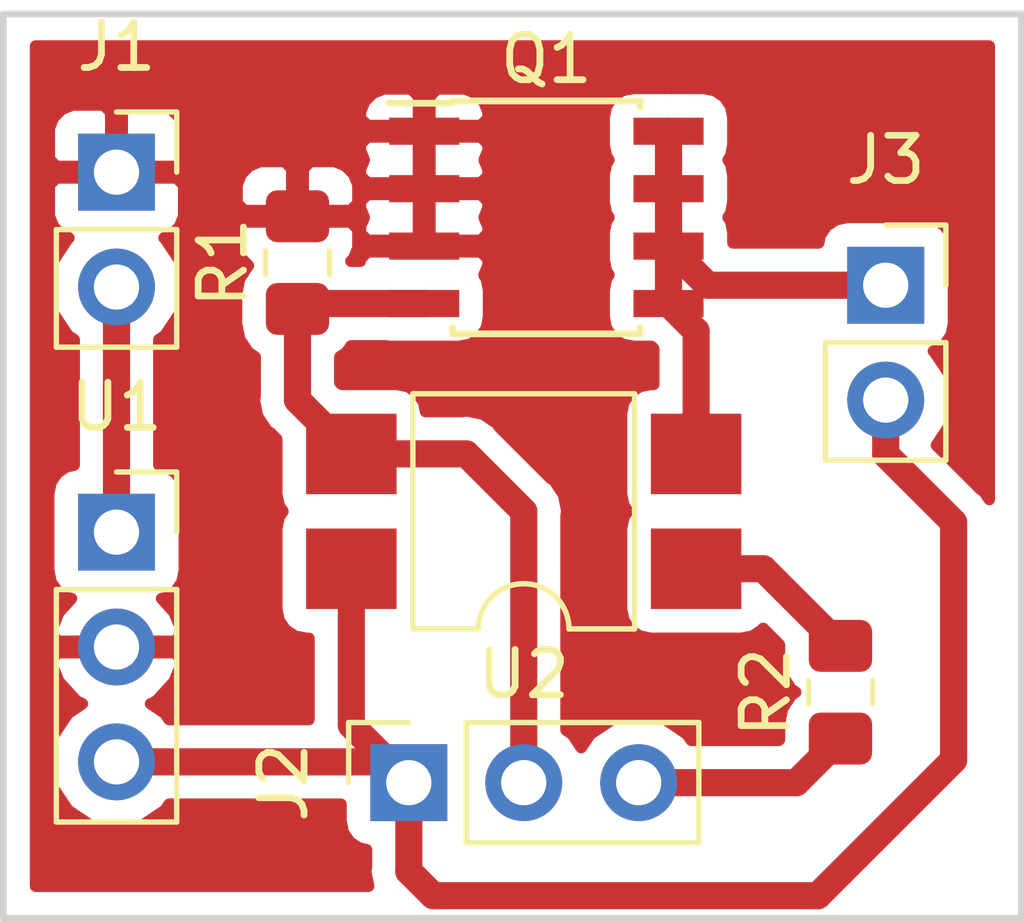
<source format=kicad_pcb>
(kicad_pcb (version 20171130) (host pcbnew "(5.0.0-rc3-dev)")

  (general
    (thickness 1.6)
    (drawings 4)
    (tracks 30)
    (zones 0)
    (modules 8)
    (nets 8)
  )

  (page A4)
  (layers
    (0 F.Cu signal)
    (31 B.Cu signal)
    (32 B.Adhes user)
    (33 F.Adhes user)
    (34 B.Paste user)
    (35 F.Paste user)
    (36 B.SilkS user)
    (37 F.SilkS user)
    (38 B.Mask user)
    (39 F.Mask user)
    (40 Dwgs.User user)
    (41 Cmts.User user)
    (42 Eco1.User user)
    (43 Eco2.User user)
    (44 Edge.Cuts user)
    (45 Margin user)
    (46 B.CrtYd user)
    (47 F.CrtYd user)
    (48 B.Fab user hide)
    (49 F.Fab user hide)
  )

  (setup
    (last_trace_width 0.6)
    (trace_clearance 0.3)
    (zone_clearance 0.508)
    (zone_45_only no)
    (trace_min 0.2)
    (segment_width 0.2)
    (edge_width 0.15)
    (via_size 0.8)
    (via_drill 0.4)
    (via_min_size 0.4)
    (via_min_drill 0.3)
    (uvia_size 0.3)
    (uvia_drill 0.1)
    (uvias_allowed no)
    (uvia_min_size 0.2)
    (uvia_min_drill 0.1)
    (pcb_text_width 0.3)
    (pcb_text_size 1.5 1.5)
    (mod_edge_width 0.15)
    (mod_text_size 1 1)
    (mod_text_width 0.15)
    (pad_size 1.524 1.524)
    (pad_drill 0.762)
    (pad_to_mask_clearance 0.2)
    (aux_axis_origin 128.5 88)
    (visible_elements FFFFFF7F)
    (pcbplotparams
      (layerselection 0x01000_7fffffff)
      (usegerberextensions false)
      (usegerberattributes false)
      (usegerberadvancedattributes false)
      (creategerberjobfile false)
      (excludeedgelayer true)
      (linewidth 0.100000)
      (plotframeref false)
      (viasonmask false)
      (mode 1)
      (useauxorigin true)
      (hpglpennumber 1)
      (hpglpenspeed 20)
      (hpglpendiameter 15.000000)
      (psnegative false)
      (psa4output false)
      (plotreference true)
      (plotvalue true)
      (plotinvisibletext false)
      (padsonsilk false)
      (subtractmaskfromsilk false)
      (outputformat 1)
      (mirror false)
      (drillshape 0)
      (scaleselection 1)
      (outputdirectory ""))
  )

  (net 0 "")
  (net 1 VCC)
  (net 2 GND)
  (net 3 gate)
  (net 4 "Net-(R2-Pad2)")
  (net 5 "Net-(J2-Pad3)")
  (net 6 mcuGND)
  (net 7 "Net-(J1-Pad2)")

  (net_class Default "This is the default net class."
    (clearance 0.3)
    (trace_width 0.6)
    (via_dia 0.8)
    (via_drill 0.4)
    (uvia_dia 0.3)
    (uvia_drill 0.1)
    (add_net GND)
    (add_net "Net-(J1-Pad2)")
    (add_net "Net-(J2-Pad3)")
    (add_net "Net-(R2-Pad2)")
    (add_net VCC)
    (add_net gate)
    (add_net mcuGND)
  )

  (module Connector_PinSocket_2.54mm:PinSocket_1x02_P2.54mm_Vertical (layer F.Cu) (tedit 5A19A420) (tstamp 5B6B03C5)
    (at 148 74)
    (descr "Through hole straight socket strip, 1x02, 2.54mm pitch, single row (from Kicad 4.0.7), script generated")
    (tags "Through hole socket strip THT 1x02 2.54mm single row")
    (path /5B522420)
    (fp_text reference J3 (at 0 -2.77) (layer F.SilkS)
      (effects (font (size 1 1) (thickness 0.15)))
    )
    (fp_text value MCU (at 0 5.31) (layer F.Fab)
      (effects (font (size 1 1) (thickness 0.15)))
    )
    (fp_text user %R (at 0 1.27 90) (layer F.Fab)
      (effects (font (size 1 1) (thickness 0.15)))
    )
    (fp_line (start -1.8 4.3) (end -1.8 -1.8) (layer F.CrtYd) (width 0.05))
    (fp_line (start 1.75 4.3) (end -1.8 4.3) (layer F.CrtYd) (width 0.05))
    (fp_line (start 1.75 -1.8) (end 1.75 4.3) (layer F.CrtYd) (width 0.05))
    (fp_line (start -1.8 -1.8) (end 1.75 -1.8) (layer F.CrtYd) (width 0.05))
    (fp_line (start 0 -1.33) (end 1.33 -1.33) (layer F.SilkS) (width 0.12))
    (fp_line (start 1.33 -1.33) (end 1.33 0) (layer F.SilkS) (width 0.12))
    (fp_line (start 1.33 1.27) (end 1.33 3.87) (layer F.SilkS) (width 0.12))
    (fp_line (start -1.33 3.87) (end 1.33 3.87) (layer F.SilkS) (width 0.12))
    (fp_line (start -1.33 1.27) (end -1.33 3.87) (layer F.SilkS) (width 0.12))
    (fp_line (start -1.33 1.27) (end 1.33 1.27) (layer F.SilkS) (width 0.12))
    (fp_line (start -1.27 3.81) (end -1.27 -1.27) (layer F.Fab) (width 0.1))
    (fp_line (start 1.27 3.81) (end -1.27 3.81) (layer F.Fab) (width 0.1))
    (fp_line (start 1.27 -0.635) (end 1.27 3.81) (layer F.Fab) (width 0.1))
    (fp_line (start 0.635 -1.27) (end 1.27 -0.635) (layer F.Fab) (width 0.1))
    (fp_line (start -1.27 -1.27) (end 0.635 -1.27) (layer F.Fab) (width 0.1))
    (pad 2 thru_hole oval (at 0 2.54) (size 1.7 1.7) (drill 1) (layers *.Cu *.Mask)
      (net 1 VCC))
    (pad 1 thru_hole rect (at 0 0) (size 1.7 1.7) (drill 1) (layers *.Cu *.Mask)
      (net 6 mcuGND))
    (model ${KISYS3DMOD}/Connector_PinSocket_2.54mm.3dshapes/PinSocket_1x02_P2.54mm_Vertical.wrl
      (at (xyz 0 0 0))
      (scale (xyz 1 1 1))
      (rotate (xyz 0 0 0))
    )
  )

  (module Connector_PinSocket_2.54mm:PinSocket_1x02_P2.54mm_Vertical (layer F.Cu) (tedit 5A19A420) (tstamp 5B6B03AF)
    (at 131 71.5)
    (descr "Through hole straight socket strip, 1x02, 2.54mm pitch, single row (from Kicad 4.0.7), script generated")
    (tags "Through hole socket strip THT 1x02 2.54mm single row")
    (path /5B52236F)
    (fp_text reference J1 (at 0 -2.77) (layer F.SilkS)
      (effects (font (size 1 1) (thickness 0.15)))
    )
    (fp_text value BATT_IN (at 0 5.31) (layer F.Fab)
      (effects (font (size 1 1) (thickness 0.15)))
    )
    (fp_line (start -1.27 -1.27) (end 0.635 -1.27) (layer F.Fab) (width 0.1))
    (fp_line (start 0.635 -1.27) (end 1.27 -0.635) (layer F.Fab) (width 0.1))
    (fp_line (start 1.27 -0.635) (end 1.27 3.81) (layer F.Fab) (width 0.1))
    (fp_line (start 1.27 3.81) (end -1.27 3.81) (layer F.Fab) (width 0.1))
    (fp_line (start -1.27 3.81) (end -1.27 -1.27) (layer F.Fab) (width 0.1))
    (fp_line (start -1.33 1.27) (end 1.33 1.27) (layer F.SilkS) (width 0.12))
    (fp_line (start -1.33 1.27) (end -1.33 3.87) (layer F.SilkS) (width 0.12))
    (fp_line (start -1.33 3.87) (end 1.33 3.87) (layer F.SilkS) (width 0.12))
    (fp_line (start 1.33 1.27) (end 1.33 3.87) (layer F.SilkS) (width 0.12))
    (fp_line (start 1.33 -1.33) (end 1.33 0) (layer F.SilkS) (width 0.12))
    (fp_line (start 0 -1.33) (end 1.33 -1.33) (layer F.SilkS) (width 0.12))
    (fp_line (start -1.8 -1.8) (end 1.75 -1.8) (layer F.CrtYd) (width 0.05))
    (fp_line (start 1.75 -1.8) (end 1.75 4.3) (layer F.CrtYd) (width 0.05))
    (fp_line (start 1.75 4.3) (end -1.8 4.3) (layer F.CrtYd) (width 0.05))
    (fp_line (start -1.8 4.3) (end -1.8 -1.8) (layer F.CrtYd) (width 0.05))
    (fp_text user %R (at 0.224999 -2.825001 90) (layer F.Fab)
      (effects (font (size 1 1) (thickness 0.15)))
    )
    (pad 1 thru_hole rect (at 0 0) (size 1.7 1.7) (drill 1) (layers *.Cu *.Mask)
      (net 2 GND))
    (pad 2 thru_hole oval (at 0 2.54) (size 1.7 1.7) (drill 1) (layers *.Cu *.Mask)
      (net 7 "Net-(J1-Pad2)"))
    (model ${KISYS3DMOD}/Connector_PinSocket_2.54mm.3dshapes/PinSocket_1x02_P2.54mm_Vertical.wrl
      (at (xyz 0 0 0))
      (scale (xyz 1 1 1))
      (rotate (xyz 0 0 0))
    )
  )

  (module Connector_PinSocket_2.54mm:PinSocket_1x03_P2.54mm_Vertical (layer F.Cu) (tedit 5A19A429) (tstamp 5B6B0399)
    (at 131 79.46)
    (descr "Through hole straight socket strip, 1x03, 2.54mm pitch, single row (from Kicad 4.0.7), script generated")
    (tags "Through hole socket strip THT 1x03 2.54mm single row")
    (path /5B526A38)
    (fp_text reference U1 (at 0 -2.77) (layer F.SilkS)
      (effects (font (size 1 1) (thickness 0.15)))
    )
    (fp_text value 3-pin-BoostConv (at 0 7.85) (layer F.Fab)
      (effects (font (size 1 1) (thickness 0.15)))
    )
    (fp_text user %R (at 0 2.54 90) (layer F.Fab)
      (effects (font (size 1 1) (thickness 0.15)))
    )
    (fp_line (start -1.8 6.85) (end -1.8 -1.8) (layer F.CrtYd) (width 0.05))
    (fp_line (start 1.75 6.85) (end -1.8 6.85) (layer F.CrtYd) (width 0.05))
    (fp_line (start 1.75 -1.8) (end 1.75 6.85) (layer F.CrtYd) (width 0.05))
    (fp_line (start -1.8 -1.8) (end 1.75 -1.8) (layer F.CrtYd) (width 0.05))
    (fp_line (start 0 -1.33) (end 1.33 -1.33) (layer F.SilkS) (width 0.12))
    (fp_line (start 1.33 -1.33) (end 1.33 0) (layer F.SilkS) (width 0.12))
    (fp_line (start 1.33 1.27) (end 1.33 6.41) (layer F.SilkS) (width 0.12))
    (fp_line (start -1.33 6.41) (end 1.33 6.41) (layer F.SilkS) (width 0.12))
    (fp_line (start -1.33 1.27) (end -1.33 6.41) (layer F.SilkS) (width 0.12))
    (fp_line (start -1.33 1.27) (end 1.33 1.27) (layer F.SilkS) (width 0.12))
    (fp_line (start -1.27 6.35) (end -1.27 -1.27) (layer F.Fab) (width 0.1))
    (fp_line (start 1.27 6.35) (end -1.27 6.35) (layer F.Fab) (width 0.1))
    (fp_line (start 1.27 -0.635) (end 1.27 6.35) (layer F.Fab) (width 0.1))
    (fp_line (start 0.635 -1.27) (end 1.27 -0.635) (layer F.Fab) (width 0.1))
    (fp_line (start -1.27 -1.27) (end 0.635 -1.27) (layer F.Fab) (width 0.1))
    (pad 3 thru_hole oval (at 0 5.08) (size 1.7 1.7) (drill 1) (layers *.Cu *.Mask)
      (net 1 VCC))
    (pad 2 thru_hole oval (at 0 2.54) (size 1.7 1.7) (drill 1) (layers *.Cu *.Mask)
      (net 2 GND))
    (pad 1 thru_hole rect (at 0 0) (size 1.7 1.7) (drill 1) (layers *.Cu *.Mask)
      (net 7 "Net-(J1-Pad2)"))
    (model ${KISYS3DMOD}/Connector_PinSocket_2.54mm.3dshapes/PinSocket_1x03_P2.54mm_Vertical.wrl
      (at (xyz 0 0 0))
      (scale (xyz 1 1 1))
      (rotate (xyz 0 0 0))
    )
  )

  (module Connector_PinSocket_2.54mm:PinSocket_1x03_P2.54mm_Vertical (layer F.Cu) (tedit 5A19A429) (tstamp 5B6B0382)
    (at 137.46 85 90)
    (descr "Through hole straight socket strip, 1x03, 2.54mm pitch, single row (from Kicad 4.0.7), script generated")
    (tags "Through hole socket strip THT 1x03 2.54mm single row")
    (path /5B5262AD)
    (fp_text reference J2 (at 0 -2.77 90) (layer F.SilkS)
      (effects (font (size 1 1) (thickness 0.15)))
    )
    (fp_text value Interface (at 0 7.85 90) (layer F.Fab)
      (effects (font (size 1 1) (thickness 0.15)))
    )
    (fp_line (start -1.27 -1.27) (end 0.635 -1.27) (layer F.Fab) (width 0.1))
    (fp_line (start 0.635 -1.27) (end 1.27 -0.635) (layer F.Fab) (width 0.1))
    (fp_line (start 1.27 -0.635) (end 1.27 6.35) (layer F.Fab) (width 0.1))
    (fp_line (start 1.27 6.35) (end -1.27 6.35) (layer F.Fab) (width 0.1))
    (fp_line (start -1.27 6.35) (end -1.27 -1.27) (layer F.Fab) (width 0.1))
    (fp_line (start -1.33 1.27) (end 1.33 1.27) (layer F.SilkS) (width 0.12))
    (fp_line (start -1.33 1.27) (end -1.33 6.41) (layer F.SilkS) (width 0.12))
    (fp_line (start -1.33 6.41) (end 1.33 6.41) (layer F.SilkS) (width 0.12))
    (fp_line (start 1.33 1.27) (end 1.33 6.41) (layer F.SilkS) (width 0.12))
    (fp_line (start 1.33 -1.33) (end 1.33 0) (layer F.SilkS) (width 0.12))
    (fp_line (start 0 -1.33) (end 1.33 -1.33) (layer F.SilkS) (width 0.12))
    (fp_line (start -1.8 -1.8) (end 1.75 -1.8) (layer F.CrtYd) (width 0.05))
    (fp_line (start 1.75 -1.8) (end 1.75 6.85) (layer F.CrtYd) (width 0.05))
    (fp_line (start 1.75 6.85) (end -1.8 6.85) (layer F.CrtYd) (width 0.05))
    (fp_line (start -1.8 6.85) (end -1.8 -1.8) (layer F.CrtYd) (width 0.05))
    (fp_text user %R (at 0 2.54 180) (layer F.Fab)
      (effects (font (size 1 1) (thickness 0.15)))
    )
    (pad 1 thru_hole rect (at 0 0 90) (size 1.7 1.7) (drill 1) (layers *.Cu *.Mask)
      (net 1 VCC))
    (pad 2 thru_hole oval (at 0 2.54 90) (size 1.7 1.7) (drill 1) (layers *.Cu *.Mask)
      (net 3 gate))
    (pad 3 thru_hole oval (at 0 5.08 90) (size 1.7 1.7) (drill 1) (layers *.Cu *.Mask)
      (net 5 "Net-(J2-Pad3)"))
    (model ${KISYS3DMOD}/Connector_PinSocket_2.54mm.3dshapes/PinSocket_1x03_P2.54mm_Vertical.wrl
      (at (xyz 0 0 0))
      (scale (xyz 1 1 1))
      (rotate (xyz 0 0 0))
    )
  )

  (module Package_DIP:SMDIP-4_W7.62mm (layer F.Cu) (tedit 5A02E8C5) (tstamp 5B6B036B)
    (at 140 79 180)
    (descr "4-lead surface-mounted (SMD) DIP package, row spacing 7.62 mm (300 mils)")
    (tags "SMD DIP DIL PDIP SMDIP 2.54mm 7.62mm 300mil")
    (path /5B524D48)
    (attr smd)
    (fp_text reference U2 (at 0 -3.6 180) (layer F.SilkS)
      (effects (font (size 1 1) (thickness 0.15)))
    )
    (fp_text value PC817 (at 0 3.6 180) (layer F.Fab)
      (effects (font (size 1 1) (thickness 0.15)))
    )
    (fp_arc (start 0 -2.6) (end -1 -2.6) (angle -180) (layer F.SilkS) (width 0.12))
    (fp_line (start -2.175 -2.54) (end 3.175 -2.54) (layer F.Fab) (width 0.1))
    (fp_line (start 3.175 -2.54) (end 3.175 2.54) (layer F.Fab) (width 0.1))
    (fp_line (start 3.175 2.54) (end -3.175 2.54) (layer F.Fab) (width 0.1))
    (fp_line (start -3.175 2.54) (end -3.175 -1.54) (layer F.Fab) (width 0.1))
    (fp_line (start -3.175 -1.54) (end -2.175 -2.54) (layer F.Fab) (width 0.1))
    (fp_line (start -1 -2.6) (end -2.45 -2.6) (layer F.SilkS) (width 0.12))
    (fp_line (start -2.45 -2.6) (end -2.45 2.6) (layer F.SilkS) (width 0.12))
    (fp_line (start -2.45 2.6) (end 2.45 2.6) (layer F.SilkS) (width 0.12))
    (fp_line (start 2.45 2.6) (end 2.45 -2.6) (layer F.SilkS) (width 0.12))
    (fp_line (start 2.45 -2.6) (end 1 -2.6) (layer F.SilkS) (width 0.12))
    (fp_line (start -5.1 -2.8) (end -5.1 2.8) (layer F.CrtYd) (width 0.05))
    (fp_line (start -5.1 2.8) (end 5.1 2.8) (layer F.CrtYd) (width 0.05))
    (fp_line (start 5.1 2.8) (end 5.1 -2.8) (layer F.CrtYd) (width 0.05))
    (fp_line (start 5.1 -2.8) (end -5.1 -2.8) (layer F.CrtYd) (width 0.05))
    (fp_text user %R (at 0 0 180) (layer F.Fab)
      (effects (font (size 1 1) (thickness 0.15)))
    )
    (pad 1 smd rect (at -3.81 -1.27 180) (size 2 1.78) (layers F.Cu F.Paste F.Mask)
      (net 4 "Net-(R2-Pad2)"))
    (pad 3 smd rect (at 3.81 1.27 180) (size 2 1.78) (layers F.Cu F.Paste F.Mask)
      (net 3 gate))
    (pad 2 smd rect (at -3.81 1.27 180) (size 2 1.78) (layers F.Cu F.Paste F.Mask)
      (net 6 mcuGND))
    (pad 4 smd rect (at 3.81 -1.27 180) (size 2 1.78) (layers F.Cu F.Paste F.Mask)
      (net 1 VCC))
    (model ${KISYS3DMOD}/Package_DIP.3dshapes/SMDIP-4_W7.62mm.wrl
      (at (xyz 0 0 0))
      (scale (xyz 1 1 1))
      (rotate (xyz 0 0 0))
    )
  )

  (module Package_SO:SOIC-8_3.9x4.9mm_P1.27mm (layer F.Cu) (tedit 5A02F2D3) (tstamp 5B6B0353)
    (at 140.5 72.5)
    (descr "8-Lead Plastic Small Outline (SN) - Narrow, 3.90 mm Body [SOIC] (see Microchip Packaging Specification 00000049BS.pdf)")
    (tags "SOIC 1.27")
    (path /5B523C82)
    (attr smd)
    (fp_text reference Q1 (at 0 -3.5) (layer F.SilkS)
      (effects (font (size 1 1) (thickness 0.15)))
    )
    (fp_text value SI4466 (at 0 3.5) (layer F.Fab)
      (effects (font (size 1 1) (thickness 0.15)))
    )
    (fp_text user %R (at -0.755001 -0.375001) (layer F.Fab)
      (effects (font (size 1 1) (thickness 0.15)))
    )
    (fp_line (start -0.95 -2.45) (end 1.95 -2.45) (layer F.Fab) (width 0.1))
    (fp_line (start 1.95 -2.45) (end 1.95 2.45) (layer F.Fab) (width 0.1))
    (fp_line (start 1.95 2.45) (end -1.95 2.45) (layer F.Fab) (width 0.1))
    (fp_line (start -1.95 2.45) (end -1.95 -1.45) (layer F.Fab) (width 0.1))
    (fp_line (start -1.95 -1.45) (end -0.95 -2.45) (layer F.Fab) (width 0.1))
    (fp_line (start -3.73 -2.7) (end -3.73 2.7) (layer F.CrtYd) (width 0.05))
    (fp_line (start 3.73 -2.7) (end 3.73 2.7) (layer F.CrtYd) (width 0.05))
    (fp_line (start -3.73 -2.7) (end 3.73 -2.7) (layer F.CrtYd) (width 0.05))
    (fp_line (start -3.73 2.7) (end 3.73 2.7) (layer F.CrtYd) (width 0.05))
    (fp_line (start -2.075 -2.575) (end -2.075 -2.525) (layer F.SilkS) (width 0.15))
    (fp_line (start 2.075 -2.575) (end 2.075 -2.43) (layer F.SilkS) (width 0.15))
    (fp_line (start 2.075 2.575) (end 2.075 2.43) (layer F.SilkS) (width 0.15))
    (fp_line (start -2.075 2.575) (end -2.075 2.43) (layer F.SilkS) (width 0.15))
    (fp_line (start -2.075 -2.575) (end 2.075 -2.575) (layer F.SilkS) (width 0.15))
    (fp_line (start -2.075 2.575) (end 2.075 2.575) (layer F.SilkS) (width 0.15))
    (fp_line (start -2.075 -2.525) (end -3.475 -2.525) (layer F.SilkS) (width 0.15))
    (pad 1 smd rect (at -2.7 -1.905) (size 1.55 0.6) (layers F.Cu F.Paste F.Mask)
      (net 2 GND))
    (pad 2 smd rect (at -2.7 -0.635) (size 1.55 0.6) (layers F.Cu F.Paste F.Mask)
      (net 2 GND))
    (pad 3 smd rect (at -2.7 0.635) (size 1.55 0.6) (layers F.Cu F.Paste F.Mask)
      (net 2 GND))
    (pad 4 smd rect (at -2.7 1.905) (size 1.55 0.6) (layers F.Cu F.Paste F.Mask)
      (net 3 gate))
    (pad 5 smd rect (at 2.7 1.905) (size 1.55 0.6) (layers F.Cu F.Paste F.Mask)
      (net 6 mcuGND))
    (pad 6 smd rect (at 2.7 0.635) (size 1.55 0.6) (layers F.Cu F.Paste F.Mask)
      (net 6 mcuGND))
    (pad 7 smd rect (at 2.7 -0.635) (size 1.55 0.6) (layers F.Cu F.Paste F.Mask)
      (net 6 mcuGND))
    (pad 8 smd rect (at 2.7 -1.905) (size 1.55 0.6) (layers F.Cu F.Paste F.Mask)
      (net 6 mcuGND))
    (model ${KISYS3DMOD}/Package_SO.3dshapes/SOIC-8_3.9x4.9mm_P1.27mm.wrl
      (at (xyz 0 0 0))
      (scale (xyz 1 1 1))
      (rotate (xyz 0 0 0))
    )
  )

  (module Resistor_SMD:R_0805_2012Metric_Pad1.15x1.40mm_HandSolder (layer F.Cu) (tedit 5B36C52B) (tstamp 5B6B0336)
    (at 147 83 90)
    (descr "Resistor SMD 0805 (2012 Metric), square (rectangular) end terminal, IPC_7351 nominal with elongated pad for handsoldering. (Body size source: https://docs.google.com/spreadsheets/d/1BsfQQcO9C6DZCsRaXUlFlo91Tg2WpOkGARC1WS5S8t0/edit?usp=sharing), generated with kicad-footprint-generator")
    (tags "resistor handsolder")
    (path /5B525429)
    (attr smd)
    (fp_text reference R2 (at 0 -1.65 90) (layer F.SilkS)
      (effects (font (size 1 1) (thickness 0.15)))
    )
    (fp_text value 100R (at 0 1.65 90) (layer F.Fab)
      (effects (font (size 1 1) (thickness 0.15)))
    )
    (fp_text user %R (at 0 0 90) (layer F.Fab)
      (effects (font (size 0.5 0.5) (thickness 0.08)))
    )
    (fp_line (start 1.85 0.95) (end -1.85 0.95) (layer F.CrtYd) (width 0.05))
    (fp_line (start 1.85 -0.95) (end 1.85 0.95) (layer F.CrtYd) (width 0.05))
    (fp_line (start -1.85 -0.95) (end 1.85 -0.95) (layer F.CrtYd) (width 0.05))
    (fp_line (start -1.85 0.95) (end -1.85 -0.95) (layer F.CrtYd) (width 0.05))
    (fp_line (start -0.261252 0.71) (end 0.261252 0.71) (layer F.SilkS) (width 0.12))
    (fp_line (start -0.261252 -0.71) (end 0.261252 -0.71) (layer F.SilkS) (width 0.12))
    (fp_line (start 1 0.6) (end -1 0.6) (layer F.Fab) (width 0.1))
    (fp_line (start 1 -0.6) (end 1 0.6) (layer F.Fab) (width 0.1))
    (fp_line (start -1 -0.6) (end 1 -0.6) (layer F.Fab) (width 0.1))
    (fp_line (start -1 0.6) (end -1 -0.6) (layer F.Fab) (width 0.1))
    (pad 2 smd roundrect (at 1.025 0 90) (size 1.15 1.4) (layers F.Cu F.Paste F.Mask) (roundrect_rratio 0.217391)
      (net 4 "Net-(R2-Pad2)"))
    (pad 1 smd roundrect (at -1.025 0 90) (size 1.15 1.4) (layers F.Cu F.Paste F.Mask) (roundrect_rratio 0.217391)
      (net 5 "Net-(J2-Pad3)"))
    (model ${KISYS3DMOD}/Resistor_SMD.3dshapes/R_0805_2012Metric.wrl
      (at (xyz 0 0 0))
      (scale (xyz 1 1 1))
      (rotate (xyz 0 0 0))
    )
  )

  (module Resistor_SMD:R_0805_2012Metric_Pad1.15x1.40mm_HandSolder (layer F.Cu) (tedit 5B36C52B) (tstamp 5B6B0325)
    (at 135 73.5 90)
    (descr "Resistor SMD 0805 (2012 Metric), square (rectangular) end terminal, IPC_7351 nominal with elongated pad for handsoldering. (Body size source: https://docs.google.com/spreadsheets/d/1BsfQQcO9C6DZCsRaXUlFlo91Tg2WpOkGARC1WS5S8t0/edit?usp=sharing), generated with kicad-footprint-generator")
    (tags "resistor handsolder")
    (path /5B523D25)
    (attr smd)
    (fp_text reference R1 (at 0 -1.65 90) (layer F.SilkS)
      (effects (font (size 1 1) (thickness 0.15)))
    )
    (fp_text value 4k7 (at 0 1.65 90) (layer F.Fab)
      (effects (font (size 1 1) (thickness 0.15)))
    )
    (fp_line (start -1 0.6) (end -1 -0.6) (layer F.Fab) (width 0.1))
    (fp_line (start -1 -0.6) (end 1 -0.6) (layer F.Fab) (width 0.1))
    (fp_line (start 1 -0.6) (end 1 0.6) (layer F.Fab) (width 0.1))
    (fp_line (start 1 0.6) (end -1 0.6) (layer F.Fab) (width 0.1))
    (fp_line (start -0.261252 -0.71) (end 0.261252 -0.71) (layer F.SilkS) (width 0.12))
    (fp_line (start -0.261252 0.71) (end 0.261252 0.71) (layer F.SilkS) (width 0.12))
    (fp_line (start -1.85 0.95) (end -1.85 -0.95) (layer F.CrtYd) (width 0.05))
    (fp_line (start -1.85 -0.95) (end 1.85 -0.95) (layer F.CrtYd) (width 0.05))
    (fp_line (start 1.85 -0.95) (end 1.85 0.95) (layer F.CrtYd) (width 0.05))
    (fp_line (start 1.85 0.95) (end -1.85 0.95) (layer F.CrtYd) (width 0.05))
    (fp_text user %R (at 0 0 90) (layer F.Fab)
      (effects (font (size 0.5 0.5) (thickness 0.08)))
    )
    (pad 1 smd roundrect (at -1.025 0 90) (size 1.15 1.4) (layers F.Cu F.Paste F.Mask) (roundrect_rratio 0.217391)
      (net 3 gate))
    (pad 2 smd roundrect (at 1.025 0 90) (size 1.15 1.4) (layers F.Cu F.Paste F.Mask) (roundrect_rratio 0.217391)
      (net 2 GND))
    (model ${KISYS3DMOD}/Resistor_SMD.3dshapes/R_0805_2012Metric.wrl
      (at (xyz 0 0 0))
      (scale (xyz 1 1 1))
      (rotate (xyz 0 0 0))
    )
  )

  (gr_line (start 128.5 88) (end 128.5 68) (layer Edge.Cuts) (width 0.15))
  (gr_line (start 151 88) (end 128.5 88) (layer Edge.Cuts) (width 0.15))
  (gr_line (start 151 68) (end 151 88) (layer Edge.Cuts) (width 0.15))
  (gr_line (start 128.5 68) (end 151 68) (layer Edge.Cuts) (width 0.15))

  (segment (start 136.19 83.73) (end 137.46 85) (width 0.6) (layer F.Cu) (net 1))
  (segment (start 136.19 80.27) (end 136.19 83.73) (width 0.6) (layer F.Cu) (net 1))
  (segment (start 137 84.54) (end 137.46 85) (width 0.6) (layer F.Cu) (net 1))
  (segment (start 131 84.54) (end 137 84.54) (width 0.6) (layer F.Cu) (net 1))
  (segment (start 148 77.742081) (end 149.5 79.242081) (width 0.6) (layer F.Cu) (net 1))
  (segment (start 148 76.54) (end 148 77.742081) (width 0.6) (layer F.Cu) (net 1))
  (segment (start 149.5 79.242081) (end 149.5 84.5) (width 0.6) (layer F.Cu) (net 1))
  (segment (start 149.5 84.5) (end 146.5 87.5) (width 0.6) (layer F.Cu) (net 1))
  (segment (start 146.5 87.5) (end 138 87.5) (width 0.6) (layer F.Cu) (net 1))
  (segment (start 137.46 86.96) (end 137.46 85) (width 0.6) (layer F.Cu) (net 1))
  (segment (start 138 87.5) (end 137.46 86.96) (width 0.6) (layer F.Cu) (net 1))
  (segment (start 140 85) (end 140 79) (width 0.6) (layer F.Cu) (net 3))
  (segment (start 138.73 77.73) (end 136.19 77.73) (width 0.6) (layer F.Cu) (net 3))
  (segment (start 140 79) (end 138.73 77.73) (width 0.6) (layer F.Cu) (net 3))
  (segment (start 135 76.54) (end 136.19 77.73) (width 0.6) (layer F.Cu) (net 3))
  (segment (start 135 74.525) (end 135 76.54) (width 0.6) (layer F.Cu) (net 3))
  (segment (start 135.12 74.405) (end 135 74.525) (width 0.6) (layer F.Cu) (net 3))
  (segment (start 137.8 74.405) (end 135.12 74.405) (width 0.6) (layer F.Cu) (net 3))
  (segment (start 145.295 80.27) (end 147 81.975) (width 0.6) (layer F.Cu) (net 4))
  (segment (start 143.81 80.27) (end 145.295 80.27) (width 0.6) (layer F.Cu) (net 4))
  (segment (start 146.025 85) (end 147 84.025) (width 0.6) (layer F.Cu) (net 5))
  (segment (start 142.54 85) (end 146.025 85) (width 0.6) (layer F.Cu) (net 5))
  (segment (start 143.81 75.015) (end 143.2 74.405) (width 0.6) (layer F.Cu) (net 6))
  (segment (start 143.81 77.73) (end 143.81 75.015) (width 0.6) (layer F.Cu) (net 6))
  (segment (start 143.2 70.595) (end 143.2 71.865) (width 0.6) (layer F.Cu) (net 6))
  (segment (start 143.2 73.135) (end 143.2 71.865) (width 0.6) (layer F.Cu) (net 6))
  (segment (start 144.065 74) (end 143.2 73.135) (width 0.6) (layer F.Cu) (net 6))
  (segment (start 148 74) (end 144.065 74) (width 0.6) (layer F.Cu) (net 6))
  (segment (start 143.2 74.405) (end 143.2 73.135) (width 0.6) (layer F.Cu) (net 6))
  (segment (start 131 79.46) (end 131 74.04) (width 0.6) (layer F.Cu) (net 7))

  (zone (net 2) (net_name GND) (layer F.Cu) (tstamp 0) (hatch edge 0.508)
    (connect_pads (clearance 0.508))
    (min_thickness 0.254)
    (fill yes (mode segment) (arc_segments 16) (thermal_gap 0.508) (thermal_bridge_width 0.508))
    (polygon
      (pts
        (xy 128.5 68) (xy 151 68) (xy 151 88) (xy 128.5 88)
      )
    )
    (filled_polygon
      (pts
        (xy 150.290001 78.741446) (xy 150.174097 78.567984) (xy 150.096031 78.515822) (xy 149.118774 77.538565) (xy 149.398839 77.119418)
        (xy 149.514092 76.54) (xy 149.398839 75.960582) (xy 149.070625 75.469375) (xy 149.052381 75.457184) (xy 149.097765 75.448157)
        (xy 149.307809 75.307809) (xy 149.448157 75.097765) (xy 149.49744 74.85) (xy 149.49744 73.15) (xy 149.448157 72.902235)
        (xy 149.307809 72.692191) (xy 149.097765 72.551843) (xy 148.85 72.50256) (xy 147.15 72.50256) (xy 146.902235 72.551843)
        (xy 146.692191 72.692191) (xy 146.551843 72.902235) (xy 146.519467 73.065) (xy 144.62244 73.065) (xy 144.62244 72.835)
        (xy 144.573157 72.587235) (xy 144.514868 72.5) (xy 144.573157 72.412765) (xy 144.62244 72.165) (xy 144.62244 71.565)
        (xy 144.573157 71.317235) (xy 144.514868 71.23) (xy 144.573157 71.142765) (xy 144.62244 70.895) (xy 144.62244 70.295)
        (xy 144.573157 70.047235) (xy 144.432809 69.837191) (xy 144.222765 69.696843) (xy 143.975 69.64756) (xy 143.229546 69.64756)
        (xy 143.2 69.641683) (xy 143.170454 69.64756) (xy 142.425 69.64756) (xy 142.177235 69.696843) (xy 141.967191 69.837191)
        (xy 141.826843 70.047235) (xy 141.77756 70.295) (xy 141.77756 70.895) (xy 141.826843 71.142765) (xy 141.885132 71.23)
        (xy 141.826843 71.317235) (xy 141.77756 71.565) (xy 141.77756 72.165) (xy 141.826843 72.412765) (xy 141.885132 72.5)
        (xy 141.826843 72.587235) (xy 141.77756 72.835) (xy 141.77756 73.435) (xy 141.826843 73.682765) (xy 141.885132 73.77)
        (xy 141.826843 73.857235) (xy 141.77756 74.105) (xy 141.77756 74.705) (xy 141.826843 74.952765) (xy 141.967191 75.162809)
        (xy 142.177235 75.303157) (xy 142.425 75.35244) (xy 142.825151 75.35244) (xy 142.875001 75.40229) (xy 142.875001 76.19256)
        (xy 142.81 76.19256) (xy 142.562235 76.241843) (xy 142.352191 76.382191) (xy 142.211843 76.592235) (xy 142.16256 76.84)
        (xy 142.16256 78.62) (xy 142.211843 78.867765) (xy 142.3002 79) (xy 142.211843 79.132235) (xy 142.16256 79.38)
        (xy 142.16256 81.16) (xy 142.211843 81.407765) (xy 142.352191 81.617809) (xy 142.562235 81.758157) (xy 142.81 81.80744)
        (xy 144.81 81.80744) (xy 145.057765 81.758157) (xy 145.267809 81.617809) (xy 145.288922 81.586211) (xy 145.65256 81.94985)
        (xy 145.65256 82.300001) (xy 145.720873 82.643436) (xy 145.915414 82.934586) (xy 146.013313 83) (xy 145.915414 83.065414)
        (xy 145.720873 83.356564) (xy 145.65256 83.699999) (xy 145.65256 84.050151) (xy 145.637711 84.065) (xy 143.701247 84.065)
        (xy 143.610625 83.929375) (xy 143.119418 83.601161) (xy 142.686256 83.515) (xy 142.393744 83.515) (xy 141.960582 83.601161)
        (xy 141.469375 83.929375) (xy 141.27 84.227761) (xy 141.070625 83.929375) (xy 140.935 83.838753) (xy 140.935 79.092081)
        (xy 140.953316 78.999999) (xy 140.935 78.907917) (xy 140.935 78.907914) (xy 140.88075 78.635181) (xy 140.674097 78.325903)
        (xy 140.596031 78.273741) (xy 139.456261 77.133972) (xy 139.404097 77.055903) (xy 139.094819 76.84925) (xy 138.822086 76.795)
        (xy 138.73 76.776683) (xy 138.637914 76.795) (xy 137.828489 76.795) (xy 137.788157 76.592235) (xy 137.647809 76.382191)
        (xy 137.437765 76.241843) (xy 137.19 76.19256) (xy 135.974849 76.19256) (xy 135.935 76.152711) (xy 135.935 75.584537)
        (xy 136.084586 75.484586) (xy 136.181196 75.34) (xy 136.962459 75.34) (xy 137.025 75.35244) (xy 138.575 75.35244)
        (xy 138.822765 75.303157) (xy 139.032809 75.162809) (xy 139.173157 74.952765) (xy 139.22244 74.705) (xy 139.22244 74.105)
        (xy 139.173157 73.857235) (xy 139.120232 73.778028) (xy 139.21 73.56131) (xy 139.21 73.42075) (xy 139.05125 73.262)
        (xy 137.927 73.262) (xy 137.927 73.282) (xy 137.673 73.282) (xy 137.673 73.262) (xy 136.54875 73.262)
        (xy 136.39 73.42075) (xy 136.39 73.47) (xy 136.178025 73.47) (xy 136.238327 73.409698) (xy 136.335 73.176309)
        (xy 136.335 72.76075) (xy 136.17625 72.602) (xy 135.127 72.602) (xy 135.127 72.622) (xy 134.873 72.622)
        (xy 134.873 72.602) (xy 133.82375 72.602) (xy 133.665 72.76075) (xy 133.665 73.176309) (xy 133.761673 73.409698)
        (xy 133.916597 73.564623) (xy 133.915414 73.565414) (xy 133.720873 73.856564) (xy 133.65256 74.199999) (xy 133.65256 74.850001)
        (xy 133.720873 75.193436) (xy 133.915414 75.484586) (xy 134.065001 75.584537) (xy 134.065001 76.44791) (xy 134.046683 76.54)
        (xy 134.11925 76.904818) (xy 134.272364 77.133969) (xy 134.325904 77.214097) (xy 134.40397 77.266259) (xy 134.54256 77.404849)
        (xy 134.54256 78.62) (xy 134.591843 78.867765) (xy 134.6802 79) (xy 134.591843 79.132235) (xy 134.54256 79.38)
        (xy 134.54256 81.16) (xy 134.591843 81.407765) (xy 134.732191 81.617809) (xy 134.942235 81.758157) (xy 135.19 81.80744)
        (xy 135.255 81.80744) (xy 135.255001 83.605) (xy 132.161247 83.605) (xy 132.070625 83.469375) (xy 131.751522 83.256157)
        (xy 131.881358 83.195183) (xy 132.271645 82.766924) (xy 132.441476 82.35689) (xy 132.320155 82.127) (xy 131.127 82.127)
        (xy 131.127 82.147) (xy 130.873 82.147) (xy 130.873 82.127) (xy 129.679845 82.127) (xy 129.558524 82.35689)
        (xy 129.728355 82.766924) (xy 130.118642 83.195183) (xy 130.248478 83.256157) (xy 129.929375 83.469375) (xy 129.601161 83.960582)
        (xy 129.485908 84.54) (xy 129.601161 85.119418) (xy 129.929375 85.610625) (xy 130.420582 85.938839) (xy 130.853744 86.025)
        (xy 131.146256 86.025) (xy 131.579418 85.938839) (xy 132.070625 85.610625) (xy 132.161247 85.475) (xy 135.96256 85.475)
        (xy 135.96256 85.85) (xy 136.011843 86.097765) (xy 136.152191 86.307809) (xy 136.362235 86.448157) (xy 136.525 86.480533)
        (xy 136.525 86.867914) (xy 136.506683 86.96) (xy 136.525 87.052085) (xy 136.572324 87.29) (xy 129.21 87.29)
        (xy 129.21 74.04) (xy 129.485908 74.04) (xy 129.601161 74.619418) (xy 129.929375 75.110625) (xy 130.065001 75.201247)
        (xy 130.065 77.979467) (xy 129.902235 78.011843) (xy 129.692191 78.152191) (xy 129.551843 78.362235) (xy 129.50256 78.61)
        (xy 129.50256 80.31) (xy 129.551843 80.557765) (xy 129.692191 80.767809) (xy 129.902235 80.908157) (xy 130.005708 80.928739)
        (xy 129.728355 81.233076) (xy 129.558524 81.64311) (xy 129.679845 81.873) (xy 130.873 81.873) (xy 130.873 81.853)
        (xy 131.127 81.853) (xy 131.127 81.873) (xy 132.320155 81.873) (xy 132.441476 81.64311) (xy 132.271645 81.233076)
        (xy 131.994292 80.928739) (xy 132.097765 80.908157) (xy 132.307809 80.767809) (xy 132.448157 80.557765) (xy 132.49744 80.31)
        (xy 132.49744 78.61) (xy 132.448157 78.362235) (xy 132.307809 78.152191) (xy 132.097765 78.011843) (xy 131.935 77.979467)
        (xy 131.935 75.201247) (xy 132.070625 75.110625) (xy 132.398839 74.619418) (xy 132.514092 74.04) (xy 132.398839 73.460582)
        (xy 132.070625 72.969375) (xy 132.048967 72.954904) (xy 132.209698 72.888327) (xy 132.388327 72.709699) (xy 132.485 72.47631)
        (xy 132.485 71.78575) (xy 132.472941 71.773691) (xy 133.665 71.773691) (xy 133.665 72.18925) (xy 133.82375 72.348)
        (xy 134.873 72.348) (xy 134.873 71.42375) (xy 135.127 71.42375) (xy 135.127 72.348) (xy 136.17625 72.348)
        (xy 136.335 72.18925) (xy 136.335 72.15075) (xy 136.39 72.15075) (xy 136.39 72.29131) (xy 136.476442 72.5)
        (xy 136.39 72.70869) (xy 136.39 72.84925) (xy 136.54875 73.008) (xy 137.673 73.008) (xy 137.673 71.992)
        (xy 137.927 71.992) (xy 137.927 73.008) (xy 139.05125 73.008) (xy 139.21 72.84925) (xy 139.21 72.70869)
        (xy 139.123558 72.5) (xy 139.21 72.29131) (xy 139.21 72.15075) (xy 139.05125 71.992) (xy 137.927 71.992)
        (xy 137.673 71.992) (xy 136.54875 71.992) (xy 136.39 72.15075) (xy 136.335 72.15075) (xy 136.335 71.773691)
        (xy 136.238327 71.540302) (xy 136.059699 71.361673) (xy 135.82631 71.265) (xy 135.28575 71.265) (xy 135.127 71.42375)
        (xy 134.873 71.42375) (xy 134.71425 71.265) (xy 134.17369 71.265) (xy 133.940301 71.361673) (xy 133.761673 71.540302)
        (xy 133.665 71.773691) (xy 132.472941 71.773691) (xy 132.32625 71.627) (xy 131.127 71.627) (xy 131.127 71.647)
        (xy 130.873 71.647) (xy 130.873 71.627) (xy 129.67375 71.627) (xy 129.515 71.78575) (xy 129.515 72.47631)
        (xy 129.611673 72.709699) (xy 129.790302 72.888327) (xy 129.951033 72.954904) (xy 129.929375 72.969375) (xy 129.601161 73.460582)
        (xy 129.485908 74.04) (xy 129.21 74.04) (xy 129.21 70.52369) (xy 129.515 70.52369) (xy 129.515 71.21425)
        (xy 129.67375 71.373) (xy 130.873 71.373) (xy 130.873 70.17375) (xy 131.127 70.17375) (xy 131.127 71.373)
        (xy 132.32625 71.373) (xy 132.485 71.21425) (xy 132.485 70.88075) (xy 136.39 70.88075) (xy 136.39 71.02131)
        (xy 136.476442 71.23) (xy 136.39 71.43869) (xy 136.39 71.57925) (xy 136.54875 71.738) (xy 137.673 71.738)
        (xy 137.673 70.722) (xy 137.927 70.722) (xy 137.927 71.738) (xy 139.05125 71.738) (xy 139.21 71.57925)
        (xy 139.21 71.43869) (xy 139.123558 71.23) (xy 139.21 71.02131) (xy 139.21 70.88075) (xy 139.05125 70.722)
        (xy 137.927 70.722) (xy 137.673 70.722) (xy 136.54875 70.722) (xy 136.39 70.88075) (xy 132.485 70.88075)
        (xy 132.485 70.52369) (xy 132.388327 70.290301) (xy 132.266716 70.16869) (xy 136.39 70.16869) (xy 136.39 70.30925)
        (xy 136.54875 70.468) (xy 137.673 70.468) (xy 137.673 69.81875) (xy 137.927 69.81875) (xy 137.927 70.468)
        (xy 139.05125 70.468) (xy 139.21 70.30925) (xy 139.21 70.16869) (xy 139.113327 69.935301) (xy 138.934698 69.756673)
        (xy 138.701309 69.66) (xy 138.08575 69.66) (xy 137.927 69.81875) (xy 137.673 69.81875) (xy 137.51425 69.66)
        (xy 136.898691 69.66) (xy 136.665302 69.756673) (xy 136.486673 69.935301) (xy 136.39 70.16869) (xy 132.266716 70.16869)
        (xy 132.209698 70.111673) (xy 131.976309 70.015) (xy 131.28575 70.015) (xy 131.127 70.17375) (xy 130.873 70.17375)
        (xy 130.71425 70.015) (xy 130.023691 70.015) (xy 129.790302 70.111673) (xy 129.611673 70.290301) (xy 129.515 70.52369)
        (xy 129.21 70.52369) (xy 129.21 68.71) (xy 150.29 68.71)
      )
    )
    (fill_segments
      (pts (xy 129.21 68.71) (xy 150.29 68.71))
      (pts (xy 129.21 68.9513) (xy 150.29 68.9513))
      (pts (xy 129.21 69.1926) (xy 150.29 69.1926))
      (pts (xy 129.21 69.4339) (xy 150.29 69.4339))
      (pts (xy 129.21 69.6752) (xy 136.861995 69.6752))
      (pts (xy 137.52945 69.6752) (xy 138.07055 69.6752))
      (pts (xy 138.738006 69.6752) (xy 142.286043 69.6752))
      (pts (xy 144.113958 69.6752) (xy 150.29 69.6752))
      (pts (xy 129.21 69.9165) (xy 136.505475 69.9165))
      (pts (xy 137.673 69.9165) (xy 137.927 69.9165))
      (pts (xy 139.094526 69.9165) (xy 141.914199 69.9165))
      (pts (xy 144.485802 69.9165) (xy 150.29 69.9165))
      (pts (xy 129.21 70.1578) (xy 129.744175 70.1578))
      (pts (xy 130.85705 70.1578) (xy 131.14295 70.1578))
      (pts (xy 132.255826 70.1578) (xy 136.394511 70.1578))
      (pts (xy 137.673 70.1578) (xy 137.927 70.1578))
      (pts (xy 139.20549 70.1578) (xy 141.804851 70.1578))
      (pts (xy 144.59515 70.1578) (xy 150.29 70.1578))
      (pts (xy 129.21 70.3991) (xy 129.566607 70.3991))
      (pts (xy 130.873 70.3991) (xy 131.127 70.3991))
      (pts (xy 132.433394 70.3991) (xy 136.47985 70.3991))
      (pts (xy 137.673 70.3991) (xy 137.927 70.3991))
      (pts (xy 139.12015 70.3991) (xy 141.77756 70.3991))
      (pts (xy 144.62244 70.3991) (xy 150.29 70.3991))
      (pts (xy 129.21 70.6404) (xy 129.515 70.6404))
      (pts (xy 130.873 70.6404) (xy 131.127 70.6404))
      (pts (xy 132.485 70.6404) (xy 141.77756 70.6404))
      (pts (xy 144.62244 70.6404) (xy 150.29 70.6404))
      (pts (xy 129.21 70.8817) (xy 129.515 70.8817))
      (pts (xy 130.873 70.8817) (xy 131.127 70.8817))
      (pts (xy 132.485 70.8817) (xy 136.39 70.8817))
      (pts (xy 137.673 70.8817) (xy 137.927 70.8817))
      (pts (xy 139.21 70.8817) (xy 141.77756 70.8817))
      (pts (xy 144.62244 70.8817) (xy 150.29 70.8817))
      (pts (xy 129.21 71.123) (xy 129.515 71.123))
      (pts (xy 130.873 71.123) (xy 131.127 71.123))
      (pts (xy 132.485 71.123) (xy 136.432121 71.123))
      (pts (xy 137.673 71.123) (xy 137.927 71.123))
      (pts (xy 139.167878 71.123) (xy 141.822911 71.123))
      (pts (xy 144.577088 71.123) (xy 150.29 71.123))
      (pts (xy 129.21 71.3643) (xy 129.66505 71.3643))
      (pts (xy 130.873 71.3643) (xy 131.127 71.3643))
      (pts (xy 132.33495 71.3643) (xy 133.937675 71.3643))
      (pts (xy 134.81355 71.3643) (xy 135.18645 71.3643))
      (pts (xy 136.062326 71.3643) (xy 136.420814 71.3643))
      (pts (xy 137.673 71.3643) (xy 137.927 71.3643))
      (pts (xy 139.179187 71.3643) (xy 141.817482 71.3643))
      (pts (xy 144.582519 71.3643) (xy 150.29 71.3643))
      (pts (xy 129.21 71.6056) (xy 133.734626 71.6056))
      (pts (xy 134.873 71.6056) (xy 135.127 71.6056))
      (pts (xy 136.265375 71.6056) (xy 136.41635 71.6056))
      (pts (xy 137.673 71.6056) (xy 137.927 71.6056))
      (pts (xy 139.18365 71.6056) (xy 141.77756 71.6056))
      (pts (xy 144.62244 71.6056) (xy 150.29 71.6056))
      (pts (xy 129.21 71.8469) (xy 129.515 71.8469))
      (pts (xy 132.485 71.8469) (xy 133.665 71.8469))
      (pts (xy 134.873 71.8469) (xy 135.127 71.8469))
      (pts (xy 136.335 71.8469) (xy 141.77756 71.8469))
      (pts (xy 144.62244 71.8469) (xy 150.29 71.8469))
      (pts (xy 129.21 72.0882) (xy 129.515 72.0882))
      (pts (xy 132.485 72.0882) (xy 133.665 72.0882))
      (pts (xy 134.873 72.0882) (xy 135.127 72.0882))
      (pts (xy 136.335 72.0882) (xy 136.45255 72.0882))
      (pts (xy 137.673 72.0882) (xy 137.927 72.0882))
      (pts (xy 139.14745 72.0882) (xy 141.77756 72.0882))
      (pts (xy 144.62244 72.0882) (xy 150.29 72.0882))
      (pts (xy 129.21 72.3295) (xy 129.515 72.3295))
      (pts (xy 132.485 72.3295) (xy 133.80525 72.3295))
      (pts (xy 134.873 72.3295) (xy 135.127 72.3295))
      (pts (xy 136.19475 72.3295) (xy 136.405818 72.3295))
      (pts (xy 137.673 72.3295) (xy 137.927 72.3295))
      (pts (xy 139.194181 72.3295) (xy 141.81028 72.3295))
      (pts (xy 144.589719 72.3295) (xy 150.29 72.3295))
      (pts (xy 129.21 72.5708) (xy 129.554139 72.5708))
      (pts (xy 132.44586 72.5708) (xy 136.447116 72.5708))
      (pts (xy 137.673 72.5708) (xy 137.927 72.5708))
      (pts (xy 139.152885 72.5708) (xy 141.837825 72.5708))
      (pts (xy 144.562176 72.5708) (xy 146.873865 72.5708))
      (pts (xy 149.126136 72.5708) (xy 150.29 72.5708))
      (pts (xy 129.21 72.8121) (xy 129.714074 72.8121))
      (pts (xy 132.285925 72.8121) (xy 133.665 72.8121))
      (pts (xy 136.335 72.8121) (xy 136.39 72.8121))
      (pts (xy 137.673 72.8121) (xy 137.927 72.8121))
      (pts (xy 139.21 72.8121) (xy 141.782116 72.8121))
      (pts (xy 144.617885 72.8121) (xy 146.61207 72.8121))
      (pts (xy 149.387931 72.8121) (xy 150.29 72.8121))
      (pts (xy 129.21 73.0534) (xy 129.873232 73.0534))
      (pts (xy 132.126769 73.0534) (xy 133.665 73.0534))
      (pts (xy 136.335 73.0534) (xy 141.77756 73.0534))
      (pts (xy 144.62244 73.0534) (xy 146.521775 73.0534))
      (pts (xy 149.478226 73.0534) (xy 150.29 73.0534))
      (pts (xy 129.21 73.2947) (xy 129.712 73.2947))
      (pts (xy 132.288001 73.2947) (xy 133.714039 73.2947))
      (pts (xy 136.28596 73.2947) (xy 136.51605 73.2947))
      (pts (xy 139.08395 73.2947) (xy 141.77756 73.2947))
      (pts (xy 149.49744 73.2947) (xy 150.29 73.2947))
      (pts (xy 129.21 73.536) (xy 129.58616 73.536))
      (pts (xy 132.413841 73.536) (xy 133.887974 73.536))
      (pts (xy 139.21 73.536) (xy 141.797649 73.536))
      (pts (xy 149.49744 73.536) (xy 150.29 73.536))
      (pts (xy 129.21 73.7773) (xy 129.538163 73.7773))
      (pts (xy 132.461838 73.7773) (xy 133.773836 73.7773))
      (pts (xy 139.120533 73.7773) (xy 141.880255 73.7773))
      (pts (xy 149.49744 73.7773) (xy 150.29 73.7773))
      (pts (xy 129.21 74.0186) (xy 129.490165 74.0186))
      (pts (xy 132.509836 74.0186) (xy 133.688643 74.0186))
      (pts (xy 139.205255 74.0186) (xy 141.794746 74.0186))
      (pts (xy 149.49744 74.0186) (xy 150.29 74.0186))
      (pts (xy 129.21 74.2599) (xy 129.529648 74.2599))
      (pts (xy 132.470351 74.2599) (xy 133.65256 74.2599))
      (pts (xy 139.22244 74.2599) (xy 141.77756 74.2599))
      (pts (xy 149.49744 74.2599) (xy 150.29 74.2599))
      (pts (xy 129.21 74.5012) (xy 129.577646 74.5012))
      (pts (xy 132.422353 74.5012) (xy 133.65256 74.5012))
      (pts (xy 139.22244 74.5012) (xy 141.77756 74.5012))
      (pts (xy 149.49744 74.5012) (xy 150.29 74.5012))
      (pts (xy 129.21 74.7425) (xy 129.683401 74.7425))
      (pts (xy 132.316598 74.7425) (xy 133.65256 74.7425))
      (pts (xy 139.21498 74.7425) (xy 141.785019 74.7425))
      (pts (xy 149.49744 74.7425) (xy 150.29 74.7425))
      (pts (xy 129.21 74.9838) (xy 129.844633 74.9838))
      (pts (xy 132.155366 74.9838) (xy 133.679174 74.9838))
      (pts (xy 139.152419 74.9838) (xy 141.84758 74.9838))
      (pts (xy 149.470825 74.9838) (xy 150.29 74.9838))
      (pts (xy 129.21 75.2251) (xy 130.065001 75.2251))
      (pts (xy 131.935 75.2251) (xy 133.74203 75.2251))
      (pts (xy 138.939584 75.2251) (xy 142.060415 75.2251))
      (pts (xy 149.363073 75.2251) (xy 150.29 75.2251))
      (pts (xy 129.21 75.4664) (xy 130.065001 75.4664))
      (pts (xy 131.935 75.4664) (xy 133.903262 75.4664))
      (pts (xy 136.096737 75.4664) (xy 142.875001 75.4664))
      (pts (xy 149.066173 75.4664) (xy 150.29 75.4664))
      (pts (xy 129.21 75.7077) (xy 130.065001 75.7077))
      (pts (xy 131.935 75.7077) (xy 134.065001 75.7077))
      (pts (xy 135.935 75.7077) (xy 142.875001 75.7077))
      (pts (xy 149.229869 75.7077) (xy 150.29 75.7077))
      (pts (xy 129.21 75.949) (xy 130.065001 75.949))
      (pts (xy 131.935 75.949) (xy 134.065001 75.949))
      (pts (xy 135.935 75.949) (xy 142.875001 75.949))
      (pts (xy 149.391101 75.949) (xy 150.29 75.949))
      (pts (xy 129.21 76.1903) (xy 130.065001 76.1903))
      (pts (xy 131.935 76.1903) (xy 134.065001 76.1903))
      (pts (xy 135.972589 76.1903) (xy 142.875001 76.1903))
      (pts (xy 149.444533 76.1903) (xy 150.29 76.1903))
      (pts (xy 129.21 76.4316) (xy 130.065001 76.4316))
      (pts (xy 131.935 76.4316) (xy 134.065001 76.4316))
      (pts (xy 137.680824 76.4316) (xy 142.319177 76.4316))
      (pts (xy 149.49253 76.4316) (xy 150.29 76.4316))
      (pts (xy 129.21 76.6729) (xy 130.065001 76.6729))
      (pts (xy 131.935 76.6729) (xy 134.073118 76.6729))
      (pts (xy 137.804203 76.6729) (xy 142.195798 76.6729))
      (pts (xy 149.487656 76.6729) (xy 150.29 76.6729))
      (pts (xy 129.21 76.9142) (xy 130.065001 76.9142))
      (pts (xy 131.935 76.9142) (xy 134.125518 76.9142))
      (pts (xy 139.192024 76.9142) (xy 142.16256 76.9142))
      (pts (xy 149.439659 76.9142) (xy 150.29 76.9142))
      (pts (xy 129.21 77.1555) (xy 130.065001 77.1555))
      (pts (xy 131.935 77.1555) (xy 134.28675 77.1555))
      (pts (xy 139.47779 77.1555) (xy 142.16256 77.1555))
      (pts (xy 149.374729 77.1555) (xy 150.29 77.1555))
      (pts (xy 129.21 77.3968) (xy 130.065001 77.3968))
      (pts (xy 131.935 77.3968) (xy 134.534511 77.3968))
      (pts (xy 139.71909 77.3968) (xy 142.16256 77.3968))
      (pts (xy 149.213498 77.3968) (xy 150.29 77.3968))
      (pts (xy 129.21 77.6381) (xy 130.065001 77.6381))
      (pts (xy 131.935 77.6381) (xy 134.54256 77.6381))
      (pts (xy 139.96039 77.6381) (xy 142.16256 77.6381))
      (pts (xy 149.218309 77.6381) (xy 150.29 77.6381))
      (pts (xy 129.21 77.8794) (xy 130.065001 77.8794))
      (pts (xy 131.935 77.8794) (xy 134.54256 77.8794))
      (pts (xy 140.20169 77.8794) (xy 142.16256 77.8794))
      (pts (xy 149.459609 77.8794) (xy 150.29 77.8794))
      (pts (xy 129.21 78.1207) (xy 129.739321 78.1207))
      (pts (xy 132.26068 78.1207) (xy 134.54256 78.1207))
      (pts (xy 140.44299 78.1207) (xy 142.16256 78.1207))
      (pts (xy 149.700909 78.1207) (xy 150.29 78.1207))
      (pts (xy 129.21 78.362) (xy 129.552001 78.362))
      (pts (xy 132.448 78.362) (xy 134.54256 78.362))
      (pts (xy 140.698217 78.362) (xy 142.16256 78.362))
      (pts (xy 149.942209 78.362) (xy 150.29 78.362))
      (pts (xy 129.21 78.6033) (xy 129.503893 78.6033))
      (pts (xy 132.496108 78.6033) (xy 134.54256 78.6033))
      (pts (xy 140.859448 78.6033) (xy 142.16256 78.6033))
      (pts (xy 150.197695 78.6033) (xy 150.29 78.6033))
      (pts (xy 129.21 78.8446) (xy 129.50256 78.8446))
      (pts (xy 132.49744 78.8446) (xy 134.587235 78.8446))
      (pts (xy 140.922407 78.8446) (xy 142.207235 78.8446))
      (pts (xy 129.21 79.0859) (xy 129.50256 79.0859))
      (pts (xy 132.49744 79.0859) (xy 134.622804 79.0859))
      (pts (xy 140.936229 79.0859) (xy 142.242804 79.0859))
      (pts (xy 129.21 79.3272) (xy 129.50256 79.3272))
      (pts (xy 132.49744 79.3272) (xy 134.553063 79.3272))
      (pts (xy 140.935 79.3272) (xy 142.173063 79.3272))
      (pts (xy 129.21 79.5685) (xy 129.50256 79.5685))
      (pts (xy 132.49744 79.5685) (xy 134.54256 79.5685))
      (pts (xy 140.935 79.5685) (xy 142.16256 79.5685))
      (pts (xy 129.21 79.8098) (xy 129.50256 79.8098))
      (pts (xy 132.49744 79.8098) (xy 134.54256 79.8098))
      (pts (xy 140.935 79.8098) (xy 142.16256 79.8098))
      (pts (xy 129.21 80.0511) (xy 129.50256 80.0511))
      (pts (xy 132.49744 80.0511) (xy 134.54256 80.0511))
      (pts (xy 140.935 80.0511) (xy 142.16256 80.0511))
      (pts (xy 129.21 80.2924) (xy 129.50256 80.2924))
      (pts (xy 132.49744 80.2924) (xy 134.54256 80.2924))
      (pts (xy 140.935 80.2924) (xy 142.16256 80.2924))
      (pts (xy 129.21 80.5337) (xy 129.547056 80.5337))
      (pts (xy 132.452943 80.5337) (xy 134.54256 80.5337))
      (pts (xy 140.935 80.5337) (xy 142.16256 80.5337))
      (pts (xy 129.21 80.775) (xy 129.702953 80.775))
      (pts (xy 132.297046 80.775) (xy 134.54256 80.775))
      (pts (xy 140.935 80.775) (xy 142.16256 80.775))
      (pts (xy 129.21 81.0163) (xy 129.925911 81.0163))
      (pts (xy 132.07409 81.0163) (xy 134.54256 81.0163))
      (pts (xy 140.935 81.0163) (xy 142.16256 81.0163))
      (pts (xy 129.21 81.2576) (xy 129.718198 81.2576))
      (pts (xy 132.281803 81.2576) (xy 134.561973 81.2576))
      (pts (xy 140.935 81.2576) (xy 142.181973 81.2576))
      (pts (xy 129.21 81.4989) (xy 129.618254 81.4989))
      (pts (xy 132.381747 81.4989) (xy 134.652737 81.4989))
      (pts (xy 140.935 81.4989) (xy 142.272737 81.4989))
      (pts (xy 129.21 81.7402) (xy 129.609761 81.7402))
      (pts (xy 132.390238 81.7402) (xy 134.91536 81.7402))
      (pts (xy 140.935 81.7402) (xy 142.53536 81.7402))
      (pts (xy 145.084639 81.7402) (xy 145.44291 81.7402))
      (pts (xy 129.21 81.9815) (xy 135.255 81.9815))
      (pts (xy 140.935 81.9815) (xy 145.65256 81.9815))
      (pts (xy 129.21 82.2228) (xy 129.629288 82.2228))
      (pts (xy 132.370713 82.2228) (xy 135.255 82.2228))
      (pts (xy 140.935 82.2228) (xy 145.65256 82.2228))
      (pts (xy 129.21 82.4641) (xy 129.602929 82.4641))
      (pts (xy 132.39707 82.4641) (xy 135.255 82.4641))
      (pts (xy 140.935 82.4641) (xy 145.685201 82.4641))
      (pts (xy 129.21 82.7054) (xy 129.702872 82.7054))
      (pts (xy 132.297127 82.7054) (xy 135.255 82.7054))
      (pts (xy 140.935 82.7054) (xy 145.762276 82.7054))
      (pts (xy 129.21 82.9467) (xy 129.89219 82.9467))
      (pts (xy 132.107809 82.9467) (xy 135.255 82.9467))
      (pts (xy 140.935 82.9467) (xy 145.933543 82.9467))
      (pts (xy 129.21 83.188) (xy 130.112095 83.188))
      (pts (xy 131.887904 83.188) (xy 135.255 83.188))
      (pts (xy 140.935 83.188) (xy 145.833505 83.188))
      (pts (xy 129.21 83.4293) (xy 129.989352 83.4293))
      (pts (xy 132.010649 83.4293) (xy 135.255 83.4293))
      (pts (xy 140.935 83.4293) (xy 145.706406 83.4293))
      (pts (xy 129.21 83.6706) (xy 129.794921 83.6706))
      (pts (xy 140.935 83.6706) (xy 141.85666 83.6706))
      (pts (xy 143.223341 83.6706) (xy 145.658408 83.6706))
      (pts (xy 129.21 83.9119) (xy 129.63369 83.9119))
      (pts (xy 141.044472 83.9119) (xy 141.495529 83.9119))
      (pts (xy 143.584472 83.9119) (xy 145.65256 83.9119))
      (pts (xy 129.21 84.1532) (xy 129.562848 84.1532))
      (pts (xy 141.22018 84.1532) (xy 141.319821 84.1532))
      (pts (xy 129.21 84.3945) (xy 129.51485 84.3945))
      (pts (xy 129.21 84.6358) (xy 129.504963 84.6358))
      (pts (xy 129.21 84.8771) (xy 129.552961 84.8771))
      (pts (xy 129.21 85.1184) (xy 129.600958 85.1184))
      (pts (xy 129.21 85.3597) (xy 129.761712 85.3597))
      (pts (xy 129.21 85.601) (xy 129.922943 85.601))
      (pts (xy 132.077056 85.601) (xy 135.96256 85.601))
      (pts (xy 129.21 85.8423) (xy 130.276101 85.8423))
      (pts (xy 131.723898 85.8423) (xy 135.96256 85.8423))
      (pts (xy 129.21 86.0836) (xy 136.009025 86.0836))
      (pts (xy 129.21 86.3249) (xy 136.177769 86.3249))
      (pts (xy 129.21 86.5662) (xy 136.525 86.5662))
      (pts (xy 129.21 86.8075) (xy 136.525 86.8075))
      (pts (xy 129.21 87.0488) (xy 136.524346 87.0488))
      (pts (xy 150.290001 78.741446) (xy 150.290001 78.741446))
      (pts (xy 150.048701 68.71) (xy 150.048701 78.468492))
      (pts (xy 149.807401 68.71) (xy 149.807401 78.227192))
      (pts (xy 149.566101 68.71) (xy 149.566101 77.985892))
      (pts (xy 149.324801 68.71) (xy 149.324801 72.717622))
      (pts (xy 149.324801 75.282379) (xy 149.324801 75.849777))
      (pts (xy 149.324801 77.230224) (xy 149.324801 77.744592))
      (pts (xy 149.083501 68.71) (xy 149.083501 72.549006))
      (pts (xy 149.083501 75.450995) (xy 149.083501 75.488646))
      (pts (xy 148.842201 68.71) (xy 148.842201 72.50256))
      (pts (xy 148.600901 68.71) (xy 148.600901 72.50256))
      (pts (xy 148.359601 68.71) (xy 148.359601 72.50256))
      (pts (xy 148.118301 68.71) (xy 148.118301 72.50256))
      (pts (xy 147.877001 68.71) (xy 147.877001 72.50256))
      (pts (xy 147.635701 68.71) (xy 147.635701 72.50256))
      (pts (xy 147.394401 68.71) (xy 147.394401 72.50256))
      (pts (xy 147.153101 68.71) (xy 147.153101 72.50256))
      (pts (xy 146.911801 68.71) (xy 146.911801 72.54994))
      (pts (xy 146.670501 68.71) (xy 146.670501 72.724652))
      (pts (xy 146.429201 68.71) (xy 146.429201 73.065))
      (pts (xy 146.187901 68.71) (xy 146.187901 73.065))
      (pts (xy 145.946601 68.71) (xy 145.946601 73.065))
      (pts (xy 145.946601 82.955424) (xy 145.946601 83.044575))
      (pts (xy 145.705301 68.71) (xy 145.705301 73.065))
      (pts (xy 145.705301 82.565149) (xy 145.705301 83.43485))
      (pts (xy 145.464001 68.71) (xy 145.464001 73.065))
      (pts (xy 145.464001 81.76129) (xy 145.464001 84.065))
      (pts (xy 145.222701 68.71) (xy 145.222701 73.065))
      (pts (xy 145.222701 81.64795) (xy 145.222701 84.065))
      (pts (xy 144.981401 68.71) (xy 144.981401 73.065))
      (pts (xy 144.981401 81.773347) (xy 144.981401 84.065))
      (pts (xy 144.740101 68.71) (xy 144.740101 73.065))
      (pts (xy 144.740101 81.80744) (xy 144.740101 84.065))
      (pts (xy 144.498801 68.71) (xy 144.498801 69.935955))
      (pts (xy 144.498801 81.80744) (xy 144.498801 84.065))
      (pts (xy 144.257501 68.71) (xy 144.257501 69.720054))
      (pts (xy 144.257501 81.80744) (xy 144.257501 84.065))
      (pts (xy 144.016201 68.71) (xy 144.016201 69.655756))
      (pts (xy 144.016201 81.80744) (xy 144.016201 84.065))
      (pts (xy 143.774901 68.71) (xy 143.774901 69.64756))
      (pts (xy 143.774901 81.80744) (xy 143.774901 84.065))
      (pts (xy 143.533601 68.71) (xy 143.533601 69.64756))
      (pts (xy 143.533601 81.80744) (xy 143.533601 83.87791))
      (pts (xy 143.292301 68.71) (xy 143.292301 69.64756))
      (pts (xy 143.292301 81.80744) (xy 143.292301 83.716678))
      (pts (xy 143.051001 68.71) (xy 143.051001 69.64756))
      (pts (xy 143.051001 81.80744) (xy 143.051001 83.587553))
      (pts (xy 142.809701 68.71) (xy 142.809701 69.64756))
      (pts (xy 142.809701 75.35244) (xy 142.809701 76.192619))
      (pts (xy 142.809701 81.80738) (xy 142.809701 83.539555))
      (pts (xy 142.568401 68.71) (xy 142.568401 69.64756))
      (pts (xy 142.568401 75.35244) (xy 142.568401 76.240616))
      (pts (xy 142.568401 81.759383) (xy 142.568401 83.515))
      (pts (xy 142.327101 68.71) (xy 142.327101 69.667033))
      (pts (xy 142.327101 75.332966) (xy 142.327101 76.41974))
      (pts (xy 142.327101 81.580259) (xy 142.327101 83.528256))
      (pts (xy 142.085801 68.71) (xy 142.085801 69.757937))
      (pts (xy 142.085801 75.242062) (xy 142.085801 83.576253))
      (pts (xy 141.844501 68.71) (xy 141.844501 70.020808))
      (pts (xy 141.844501 71.169191) (xy 141.844501 71.290808))
      (pts (xy 141.844501 72.439191) (xy 141.844501 72.560808))
      (pts (xy 141.844501 73.709191) (xy 141.844501 73.830808))
      (pts (xy 141.844501 74.979191) (xy 141.844501 83.678723))
      (pts (xy 141.603201 68.71) (xy 141.603201 83.839955))
      (pts (xy 141.361901 68.71) (xy 141.361901 84.090221))
      (pts (xy 141.120601 68.71) (xy 141.120601 84.00417))
      (pts (xy 140.879301 68.71) (xy 140.879301 78.633013))
      (pts (xy 140.638001 68.71) (xy 140.638001 78.301785))
      (pts (xy 140.396701 68.71) (xy 140.396701 78.074412))
      (pts (xy 140.155401 68.71) (xy 140.155401 77.833112))
      (pts (xy 139.914101 68.71) (xy 139.914101 77.591812))
      (pts (xy 139.672801 68.71) (xy 139.672801 77.350512))
      (pts (xy 139.431501 68.71) (xy 139.431501 77.096917))
      (pts (xy 139.190201 68.71) (xy 139.190201 70.120892))
      (pts (xy 139.190201 70.329049) (xy 139.190201 70.860951))
      (pts (xy 139.190201 71.06911) (xy 139.190201 71.390891))
      (pts (xy 139.190201 71.599049) (xy 139.190201 72.130951))
      (pts (xy 139.190201 72.33911) (xy 139.190201 72.660891))
      (pts (xy 139.190201 72.869049) (xy 139.190201 73.400951))
      (pts (xy 139.190201 73.609109) (xy 139.190201 73.942922))
      (pts (xy 139.190201 74.867079) (xy 139.190201 76.912983))
      (pts (xy 138.948901 68.71) (xy 138.948901 69.770876))
      (pts (xy 138.948901 70.468) (xy 138.948901 70.722))
      (pts (xy 138.948901 71.738) (xy 138.948901 71.992))
      (pts (xy 138.948901 73.008) (xy 138.948901 73.262))
      (pts (xy 138.948901 75.218875) (xy 138.948901 76.820226))
      (pts (xy 138.707601 68.71) (xy 138.707601 69.662607))
      (pts (xy 138.707601 70.468) (xy 138.707601 70.722))
      (pts (xy 138.707601 71.738) (xy 138.707601 71.992))
      (pts (xy 138.707601 73.008) (xy 138.707601 73.262))
      (pts (xy 138.707601 75.326065) (xy 138.707601 76.781138))
      (pts (xy 138.466301 68.71) (xy 138.466301 69.66))
      (pts (xy 138.466301 70.468) (xy 138.466301 70.722))
      (pts (xy 138.466301 71.738) (xy 138.466301 71.992))
      (pts (xy 138.466301 73.008) (xy 138.466301 73.262))
      (pts (xy 138.466301 75.35244) (xy 138.466301 76.795))
      (pts (xy 138.225001 68.71) (xy 138.225001 69.66))
      (pts (xy 138.225001 70.468) (xy 138.225001 70.722))
      (pts (xy 138.225001 71.738) (xy 138.225001 71.992))
      (pts (xy 138.225001 73.008) (xy 138.225001 73.262))
      (pts (xy 138.225001 75.35244) (xy 138.225001 76.795))
      (pts (xy 137.983701 68.71) (xy 137.983701 69.762049))
      (pts (xy 137.983701 70.468) (xy 137.983701 70.722))
      (pts (xy 137.983701 71.738) (xy 137.983701 71.992))
      (pts (xy 137.983701 73.008) (xy 137.983701 73.262))
      (pts (xy 137.983701 75.35244) (xy 137.983701 76.795))
      (pts (xy 137.742401 68.71) (xy 137.742401 69.81875))
      (pts (xy 137.742401 69.81875) (xy 137.742401 70.722))
      (pts (xy 137.742401 70.722) (xy 137.742401 71.992))
      (pts (xy 137.742401 71.992) (xy 137.742401 73.282))
      (pts (xy 137.742401 75.35244) (xy 137.742401 76.523757))
      (pts (xy 137.501101 68.71) (xy 137.501101 69.66))
      (pts (xy 137.501101 70.468) (xy 137.501101 70.722))
      (pts (xy 137.501101 71.738) (xy 137.501101 71.992))
      (pts (xy 137.501101 73.008) (xy 137.501101 73.262))
      (pts (xy 137.501101 75.35244) (xy 137.501101 76.284164))
      (pts (xy 137.259801 68.71) (xy 137.259801 69.66))
      (pts (xy 137.259801 70.468) (xy 137.259801 70.722))
      (pts (xy 137.259801 71.738) (xy 137.259801 71.992))
      (pts (xy 137.259801 73.008) (xy 137.259801 73.262))
      (pts (xy 137.259801 75.35244) (xy 137.259801 76.206445))
      (pts (xy 137.018501 68.71) (xy 137.018501 69.66))
      (pts (xy 137.018501 70.468) (xy 137.018501 70.722))
      (pts (xy 137.018501 71.738) (xy 137.018501 71.992))
      (pts (xy 137.018501 73.008) (xy 137.018501 73.262))
      (pts (xy 137.018501 75.351147) (xy 137.018501 76.19256))
      (pts (xy 136.777201 68.71) (xy 136.777201 69.710322))
      (pts (xy 136.777201 70.468) (xy 136.777201 70.722))
      (pts (xy 136.777201 71.738) (xy 136.777201 71.992))
      (pts (xy 136.777201 73.008) (xy 136.777201 73.262))
      (pts (xy 136.777201 75.34) (xy 136.777201 76.19256))
      (pts (xy 136.535901 68.71) (xy 136.535901 69.886073))
      (pts (xy 136.535901 70.455151) (xy 136.535901 70.734849))
      (pts (xy 136.535901 71.725151) (xy 136.535901 72.004849))
      (pts (xy 136.535901 72.995151) (xy 136.535901 73.274849))
      (pts (xy 136.535901 75.34) (xy 136.535901 76.19256))
      (pts (xy 136.535901 87.106888) (xy 136.535901 87.29))
      (pts (xy 136.294601 68.71) (xy 136.294601 70.16869))
      (pts (xy 136.294601 70.16869) (xy 136.294601 70.88075))
      (pts (xy 136.294601 70.88075) (xy 136.294601 71.67616))
      (pts (xy 136.294601 72.229649) (xy 136.294601 72.720351))
      (pts (xy 136.294601 73.273841) (xy 136.294601 73.47))
      (pts (xy 136.294601 75.34) (xy 136.294601 76.19256))
      (pts (xy 136.294601 86.402965) (xy 136.294601 87.29))
      (pts (xy 136.053301 68.71) (xy 136.053301 70.16869))
      (pts (xy 136.053301 70.16869) (xy 136.053301 70.88075))
      (pts (xy 136.053301 70.88075) (xy 136.053301 71.359023))
      (pts (xy 136.053301 72.348) (xy 136.053301 72.602))
      (pts (xy 136.053301 75.505491) (xy 136.053301 76.19256))
      (pts (xy 136.053301 86.15981) (xy 136.053301 87.29))
      (pts (xy 135.812001 68.71) (xy 135.812001 70.16869))
      (pts (xy 135.812001 70.16869) (xy 135.812001 70.88075))
      (pts (xy 135.812001 70.88075) (xy 135.812001 71.265))
      (pts (xy 135.812001 72.348) (xy 135.812001 72.602))
      (pts (xy 135.812001 85.475) (xy 135.812001 87.29))
      (pts (xy 135.570701 68.71) (xy 135.570701 70.16869))
      (pts (xy 135.570701 70.16869) (xy 135.570701 70.88075))
      (pts (xy 135.570701 70.88075) (xy 135.570701 71.265))
      (pts (xy 135.570701 72.348) (xy 135.570701 72.602))
      (pts (xy 135.570701 85.475) (xy 135.570701 87.29))
      (pts (xy 135.329401 68.71) (xy 135.329401 70.16869))
      (pts (xy 135.329401 70.16869) (xy 135.329401 70.88075))
      (pts (xy 135.329401 70.88075) (xy 135.329401 71.265))
      (pts (xy 135.329401 72.348) (xy 135.329401 72.602))
      (pts (xy 135.329401 85.475) (xy 135.329401 87.29))
      (pts (xy 135.088101 68.71) (xy 135.088101 70.16869))
      (pts (xy 135.088101 70.16869) (xy 135.088101 70.88075))
      (pts (xy 135.088101 70.88075) (xy 135.088101 71.42375))
      (pts (xy 135.088101 71.42375) (xy 135.088101 72.622))
      (pts (xy 135.088101 81.787171) (xy 135.088101 83.605))
      (pts (xy 135.088101 85.475) (xy 135.088101 87.29))
      (pts (xy 134.846801 68.71) (xy 134.846801 70.16869))
      (pts (xy 134.846801 70.16869) (xy 134.846801 70.88075))
      (pts (xy 134.846801 70.88075) (xy 134.846801 71.397551))
      (pts (xy 134.846801 72.348) (xy 134.846801 72.602))
      (pts (xy 134.846801 81.694389) (xy 134.846801 83.605))
      (pts (xy 134.846801 85.475) (xy 134.846801 87.29))
      (pts (xy 134.605501 68.71) (xy 134.605501 70.16869))
      (pts (xy 134.605501 70.16869) (xy 134.605501 70.88075))
      (pts (xy 134.605501 70.88075) (xy 134.605501 71.265))
      (pts (xy 134.605501 72.348) (xy 134.605501 72.602))
      (pts (xy 134.605501 78.888205) (xy 134.605501 79.111794))
      (pts (xy 134.605501 81.428205) (xy 134.605501 83.605))
      (pts (xy 134.605501 85.475) (xy 134.605501 87.29))
      (pts (xy 134.364201 68.71) (xy 134.364201 70.16869))
      (pts (xy 134.364201 70.16869) (xy 134.364201 70.88075))
      (pts (xy 134.364201 70.88075) (xy 134.364201 71.265))
      (pts (xy 134.364201 72.348) (xy 134.364201 72.602))
      (pts (xy 134.364201 77.239686) (xy 134.364201 83.605))
      (pts (xy 134.364201 85.475) (xy 134.364201 87.29))
      (pts (xy 134.122901 68.71) (xy 134.122901 70.16869))
      (pts (xy 134.122901 70.16869) (xy 134.122901 70.88075))
      (pts (xy 134.122901 70.88075) (xy 134.122901 71.286037))
      (pts (xy 134.122901 72.348) (xy 134.122901 72.602))
      (pts (xy 134.122901 76.910282) (xy 134.122901 83.605))
      (pts (xy 134.122901 85.475) (xy 134.122901 87.29))
      (pts (xy 133.881601 68.71) (xy 133.881601 70.16869))
      (pts (xy 133.881601 70.16869) (xy 133.881601 70.88075))
      (pts (xy 133.881601 70.88075) (xy 133.881601 71.420373))
      (pts (xy 133.881601 72.348) (xy 133.881601 72.602))
      (pts (xy 133.881601 73.529626) (xy 133.881601 73.616018))
      (pts (xy 133.881601 75.433981) (xy 133.881601 83.605))
      (pts (xy 133.881601 85.475) (xy 133.881601 87.29))
      (pts (xy 133.640301 68.71) (xy 133.640301 70.16869))
      (pts (xy 133.640301 70.16869) (xy 133.640301 70.88075))
      (pts (xy 133.640301 70.88075) (xy 133.640301 71.773691))
      (pts (xy 133.640301 71.773691) (xy 133.640301 83.605))
      (pts (xy 133.640301 85.475) (xy 133.640301 87.29))
      (pts (xy 133.399001 68.71) (xy 133.399001 70.16869))
      (pts (xy 133.399001 70.16869) (xy 133.399001 70.88075))
      (pts (xy 133.399001 70.88075) (xy 133.399001 71.773691))
      (pts (xy 133.399001 71.773691) (xy 133.399001 83.605))
      (pts (xy 133.399001 85.475) (xy 133.399001 87.29))
      (pts (xy 133.157701 68.71) (xy 133.157701 70.16869))
      (pts (xy 133.157701 70.16869) (xy 133.157701 70.88075))
      (pts (xy 133.157701 70.88075) (xy 133.157701 71.773691))
      (pts (xy 133.157701 71.773691) (xy 133.157701 83.605))
      (pts (xy 133.157701 85.475) (xy 133.157701 87.29))
      (pts (xy 132.916401 68.71) (xy 132.916401 70.16869))
      (pts (xy 132.916401 70.16869) (xy 132.916401 70.88075))
      (pts (xy 132.916401 70.88075) (xy 132.916401 71.773691))
      (pts (xy 132.916401 71.773691) (xy 132.916401 83.605))
      (pts (xy 132.916401 85.475) (xy 132.916401 87.29))
      (pts (xy 132.675101 68.71) (xy 132.675101 70.16869))
      (pts (xy 132.675101 70.16869) (xy 132.675101 70.88075))
      (pts (xy 132.675101 70.88075) (xy 132.675101 71.773691))
      (pts (xy 132.675101 71.773691) (xy 132.675101 83.605))
      (pts (xy 132.675101 85.475) (xy 132.675101 87.29))
      (pts (xy 132.433801 68.71) (xy 132.433801 70.16869))
      (pts (xy 132.433801 70.16869) (xy 132.433801 70.400085))
      (pts (xy 132.433801 71.265449) (xy 132.433801 71.734551))
      (pts (xy 132.433801 72.599916) (xy 132.433801 73.636349))
      (pts (xy 132.433801 74.443652) (xy 132.433801 78.34075))
      (pts (xy 132.433801 80.579251) (xy 132.433801 81.62458))
      (pts (xy 132.433801 81.657654) (xy 132.433801 82.342347))
      (pts (xy 132.433801 82.375421) (xy 132.433801 83.605))
      (pts (xy 132.433801 85.475) (xy 132.433801 87.29))
      (pts (xy 132.192501 68.71) (xy 132.192501 70.10455))
      (pts (xy 132.192501 71.373) (xy 132.192501 71.627))
      (pts (xy 132.192501 72.895451) (xy 132.192501 73.151776))
      (pts (xy 132.192501 74.928225) (xy 132.192501 78.075145))
      (pts (xy 132.192501 80.844856) (xy 132.192501 81.146232))
      (pts (xy 132.192501 81.873) (xy 132.192501 82.127))
      (pts (xy 132.192501 82.853769) (xy 132.192501 83.605))
      (pts (xy 132.192501 85.475) (xy 132.192501 87.29))
      (pts (xy 131.951201 68.71) (xy 131.951201 70.015))
      (pts (xy 131.951201 71.373) (xy 131.951201 71.627))
      (pts (xy 131.951201 75.190422) (xy 131.951201 77.98269))
      (pts (xy 131.951201 81.873) (xy 131.951201 82.127))
      (pts (xy 131.951201 83.118545) (xy 131.951201 83.389579))
      (pts (xy 131.951201 85.690422) (xy 131.951201 87.29))
      (pts (xy 131.709901 68.71) (xy 131.709901 70.015))
      (pts (xy 131.709901 71.373) (xy 131.709901 71.627))
      (pts (xy 131.709901 81.873) (xy 131.709901 82.127))
      (pts (xy 131.709901 85.851654) (xy 131.709901 87.29))
      (pts (xy 131.468601 68.71) (xy 131.468601 70.015))
      (pts (xy 131.468601 71.373) (xy 131.468601 71.627))
      (pts (xy 131.468601 81.873) (xy 131.468601 82.127))
      (pts (xy 131.468601 85.960882) (xy 131.468601 87.29))
      (pts (xy 131.227301 68.71) (xy 131.227301 70.073449))
      (pts (xy 131.227301 71.373) (xy 131.227301 71.627))
      (pts (xy 131.227301 81.873) (xy 131.227301 82.127))
      (pts (xy 131.227301 86.00888) (xy 131.227301 87.29))
      (pts (xy 130.986001 68.71) (xy 130.986001 70.17375))
      (pts (xy 130.986001 70.17375) (xy 130.986001 71.647))
      (pts (xy 130.986001 81.853) (xy 130.986001 82.147))
      (pts (xy 130.986001 86.025) (xy 130.986001 87.29))
      (pts (xy 130.744701 68.71) (xy 130.744701 70.045451))
      (pts (xy 130.744701 71.373) (xy 130.744701 71.627))
      (pts (xy 130.744701 81.873) (xy 130.744701 82.127))
      (pts (xy 130.744701 86.00331) (xy 130.744701 87.29))
      (pts (xy 130.503401 68.71) (xy 130.503401 70.015))
      (pts (xy 130.503401 71.373) (xy 130.503401 71.627))
      (pts (xy 130.503401 81.873) (xy 130.503401 82.127))
      (pts (xy 130.503401 85.955312) (xy 130.503401 87.29))
      (pts (xy 130.262101 68.71) (xy 130.262101 70.015))
      (pts (xy 130.262101 71.373) (xy 130.262101 71.627))
      (pts (xy 130.262101 81.873) (xy 130.262101 82.127))
      (pts (xy 130.262101 85.832945) (xy 130.262101 87.29))
      (pts (xy 130.020801 68.71) (xy 130.020801 70.016197))
      (pts (xy 130.020801 71.373) (xy 130.020801 71.627))
      (pts (xy 130.020801 75.171713) (xy 130.020801 77.988258))
      (pts (xy 130.020801 81.873) (xy 130.020801 82.127))
      (pts (xy 130.020801 83.087822) (xy 130.020801 83.408286))
      (pts (xy 130.020801 85.671713) (xy 130.020801 87.29))
      (pts (xy 129.779501 68.71) (xy 129.779501 70.122473))
      (pts (xy 129.779501 71.373) (xy 129.779501 71.627))
      (pts (xy 129.779501 72.877526) (xy 129.779501 73.193677))
      (pts (xy 129.779501 74.886322) (xy 129.779501 78.093851))
      (pts (xy 129.779501 80.826148) (xy 129.779501 81.176953))
      (pts (xy 129.779501 81.873) (xy 129.779501 82.127))
      (pts (xy 129.779501 82.823046) (xy 129.779501 83.693677))
      (pts (xy 129.779501 85.386322) (xy 129.779501 87.29))
      (pts (xy 129.538201 68.71) (xy 129.538201 70.467677))
      (pts (xy 129.538201 71.237451) (xy 129.538201 71.762549))
      (pts (xy 129.538201 72.532322) (xy 129.538201 73.777104))
      (pts (xy 129.538201 74.302895) (xy 129.538201 78.430818))
      (pts (xy 129.538201 80.489181) (xy 129.538201 84.277104))
      (pts (xy 129.538201 84.802895) (xy 129.538201 87.29))
      (pts (xy 129.296901 68.71) (xy 129.296901 70.52369))
      (pts (xy 129.296901 70.52369) (xy 129.296901 74.04))
      (pts (xy 129.296901 74.04) (xy 129.296901 87.29))
    )
  )
)

</source>
